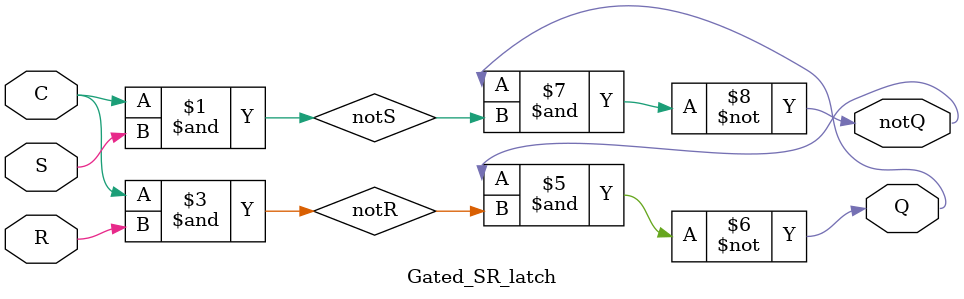
<source format=v>
module Gated_SR_latch (C, S, R, Q, notQ);
  input C, S, R;
  output Q, notQ;

  wire CnandS, CnandR, notS, notR;

  nand #2 g1_1(CnandS,C,S);
  nand #2 g1_2(CnandR,C,R);

  not #1 g2_1(notS,CnandS);
  not #1 g2_2(notR,CnandR);

  nand #2 g3_1(Q,notQ,notR);
  nand #2 g3_2(notQ,Q,notS);

endmodule
</source>
